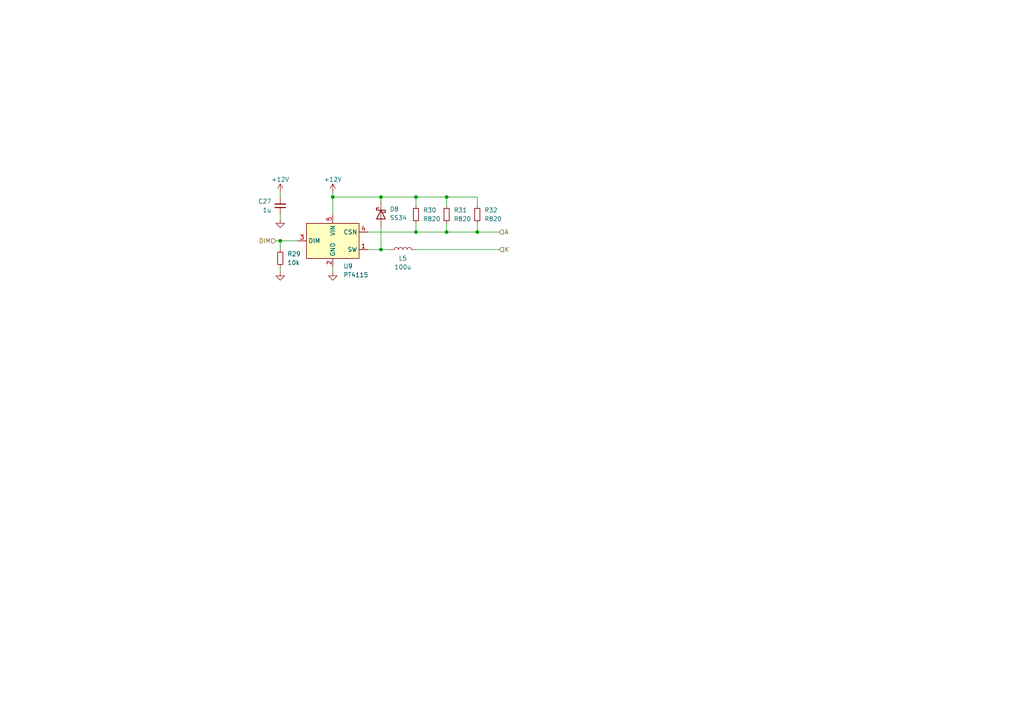
<source format=kicad_sch>
(kicad_sch
	(version 20250114)
	(generator "eeschema")
	(generator_version "9.0")
	(uuid "e97a26b5-8cd5-497a-aa8e-51557bbd4482")
	(paper "A4")
	(lib_symbols
		(symbol "Device:C_Small"
			(pin_numbers
				(hide yes)
			)
			(pin_names
				(offset 0.254)
				(hide yes)
			)
			(exclude_from_sim no)
			(in_bom yes)
			(on_board yes)
			(property "Reference" "C"
				(at 0.254 1.778 0)
				(effects
					(font
						(size 1.27 1.27)
					)
					(justify left)
				)
			)
			(property "Value" "C_Small"
				(at 0.254 -2.032 0)
				(effects
					(font
						(size 1.27 1.27)
					)
					(justify left)
				)
			)
			(property "Footprint" ""
				(at 0 0 0)
				(effects
					(font
						(size 1.27 1.27)
					)
					(hide yes)
				)
			)
			(property "Datasheet" "~"
				(at 0 0 0)
				(effects
					(font
						(size 1.27 1.27)
					)
					(hide yes)
				)
			)
			(property "Description" "Unpolarized capacitor, small symbol"
				(at 0 0 0)
				(effects
					(font
						(size 1.27 1.27)
					)
					(hide yes)
				)
			)
			(property "ki_keywords" "capacitor cap"
				(at 0 0 0)
				(effects
					(font
						(size 1.27 1.27)
					)
					(hide yes)
				)
			)
			(property "ki_fp_filters" "C_*"
				(at 0 0 0)
				(effects
					(font
						(size 1.27 1.27)
					)
					(hide yes)
				)
			)
			(symbol "C_Small_0_1"
				(polyline
					(pts
						(xy -1.524 0.508) (xy 1.524 0.508)
					)
					(stroke
						(width 0.3048)
						(type default)
					)
					(fill
						(type none)
					)
				)
				(polyline
					(pts
						(xy -1.524 -0.508) (xy 1.524 -0.508)
					)
					(stroke
						(width 0.3302)
						(type default)
					)
					(fill
						(type none)
					)
				)
			)
			(symbol "C_Small_1_1"
				(pin passive line
					(at 0 2.54 270)
					(length 2.032)
					(name "~"
						(effects
							(font
								(size 1.27 1.27)
							)
						)
					)
					(number "1"
						(effects
							(font
								(size 1.27 1.27)
							)
						)
					)
				)
				(pin passive line
					(at 0 -2.54 90)
					(length 2.032)
					(name "~"
						(effects
							(font
								(size 1.27 1.27)
							)
						)
					)
					(number "2"
						(effects
							(font
								(size 1.27 1.27)
							)
						)
					)
				)
			)
			(embedded_fonts no)
		)
		(symbol "Device:L"
			(pin_numbers
				(hide yes)
			)
			(pin_names
				(offset 1.016)
				(hide yes)
			)
			(exclude_from_sim no)
			(in_bom yes)
			(on_board yes)
			(property "Reference" "L"
				(at -1.27 0 90)
				(effects
					(font
						(size 1.27 1.27)
					)
				)
			)
			(property "Value" "L"
				(at 1.905 0 90)
				(effects
					(font
						(size 1.27 1.27)
					)
				)
			)
			(property "Footprint" ""
				(at 0 0 0)
				(effects
					(font
						(size 1.27 1.27)
					)
					(hide yes)
				)
			)
			(property "Datasheet" "~"
				(at 0 0 0)
				(effects
					(font
						(size 1.27 1.27)
					)
					(hide yes)
				)
			)
			(property "Description" "Inductor"
				(at 0 0 0)
				(effects
					(font
						(size 1.27 1.27)
					)
					(hide yes)
				)
			)
			(property "ki_keywords" "inductor choke coil reactor magnetic"
				(at 0 0 0)
				(effects
					(font
						(size 1.27 1.27)
					)
					(hide yes)
				)
			)
			(property "ki_fp_filters" "Choke_* *Coil* Inductor_* L_*"
				(at 0 0 0)
				(effects
					(font
						(size 1.27 1.27)
					)
					(hide yes)
				)
			)
			(symbol "L_0_1"
				(arc
					(start 0 2.54)
					(mid 0.6323 1.905)
					(end 0 1.27)
					(stroke
						(width 0)
						(type default)
					)
					(fill
						(type none)
					)
				)
				(arc
					(start 0 1.27)
					(mid 0.6323 0.635)
					(end 0 0)
					(stroke
						(width 0)
						(type default)
					)
					(fill
						(type none)
					)
				)
				(arc
					(start 0 0)
					(mid 0.6323 -0.635)
					(end 0 -1.27)
					(stroke
						(width 0)
						(type default)
					)
					(fill
						(type none)
					)
				)
				(arc
					(start 0 -1.27)
					(mid 0.6323 -1.905)
					(end 0 -2.54)
					(stroke
						(width 0)
						(type default)
					)
					(fill
						(type none)
					)
				)
			)
			(symbol "L_1_1"
				(pin passive line
					(at 0 3.81 270)
					(length 1.27)
					(name "1"
						(effects
							(font
								(size 1.27 1.27)
							)
						)
					)
					(number "1"
						(effects
							(font
								(size 1.27 1.27)
							)
						)
					)
				)
				(pin passive line
					(at 0 -3.81 90)
					(length 1.27)
					(name "2"
						(effects
							(font
								(size 1.27 1.27)
							)
						)
					)
					(number "2"
						(effects
							(font
								(size 1.27 1.27)
							)
						)
					)
				)
			)
			(embedded_fonts no)
		)
		(symbol "Device:R_Small"
			(pin_numbers
				(hide yes)
			)
			(pin_names
				(offset 0.254)
				(hide yes)
			)
			(exclude_from_sim no)
			(in_bom yes)
			(on_board yes)
			(property "Reference" "R"
				(at 0.762 0.508 0)
				(effects
					(font
						(size 1.27 1.27)
					)
					(justify left)
				)
			)
			(property "Value" "R_Small"
				(at 0.762 -1.016 0)
				(effects
					(font
						(size 1.27 1.27)
					)
					(justify left)
				)
			)
			(property "Footprint" ""
				(at 0 0 0)
				(effects
					(font
						(size 1.27 1.27)
					)
					(hide yes)
				)
			)
			(property "Datasheet" "~"
				(at 0 0 0)
				(effects
					(font
						(size 1.27 1.27)
					)
					(hide yes)
				)
			)
			(property "Description" "Resistor, small symbol"
				(at 0 0 0)
				(effects
					(font
						(size 1.27 1.27)
					)
					(hide yes)
				)
			)
			(property "ki_keywords" "R resistor"
				(at 0 0 0)
				(effects
					(font
						(size 1.27 1.27)
					)
					(hide yes)
				)
			)
			(property "ki_fp_filters" "R_*"
				(at 0 0 0)
				(effects
					(font
						(size 1.27 1.27)
					)
					(hide yes)
				)
			)
			(symbol "R_Small_0_1"
				(rectangle
					(start -0.762 1.778)
					(end 0.762 -1.778)
					(stroke
						(width 0.2032)
						(type default)
					)
					(fill
						(type none)
					)
				)
			)
			(symbol "R_Small_1_1"
				(pin passive line
					(at 0 2.54 270)
					(length 0.762)
					(name "~"
						(effects
							(font
								(size 1.27 1.27)
							)
						)
					)
					(number "1"
						(effects
							(font
								(size 1.27 1.27)
							)
						)
					)
				)
				(pin passive line
					(at 0 -2.54 90)
					(length 0.762)
					(name "~"
						(effects
							(font
								(size 1.27 1.27)
							)
						)
					)
					(number "2"
						(effects
							(font
								(size 1.27 1.27)
							)
						)
					)
				)
			)
			(embedded_fonts no)
		)
		(symbol "Diode:SS34"
			(pin_numbers
				(hide yes)
			)
			(pin_names
				(offset 1.016)
				(hide yes)
			)
			(exclude_from_sim no)
			(in_bom yes)
			(on_board yes)
			(property "Reference" "D"
				(at 0 2.54 0)
				(effects
					(font
						(size 1.27 1.27)
					)
				)
			)
			(property "Value" "SS34"
				(at 0 -2.54 0)
				(effects
					(font
						(size 1.27 1.27)
					)
				)
			)
			(property "Footprint" "Diode_SMD:D_SMA"
				(at 0 -4.445 0)
				(effects
					(font
						(size 1.27 1.27)
					)
					(hide yes)
				)
			)
			(property "Datasheet" "https://www.vishay.com/docs/88751/ss32.pdf"
				(at 0 0 0)
				(effects
					(font
						(size 1.27 1.27)
					)
					(hide yes)
				)
			)
			(property "Description" "40V 3A Schottky Diode, SMA"
				(at 0 0 0)
				(effects
					(font
						(size 1.27 1.27)
					)
					(hide yes)
				)
			)
			(property "ki_keywords" "diode Schottky"
				(at 0 0 0)
				(effects
					(font
						(size 1.27 1.27)
					)
					(hide yes)
				)
			)
			(property "ki_fp_filters" "D*SMA*"
				(at 0 0 0)
				(effects
					(font
						(size 1.27 1.27)
					)
					(hide yes)
				)
			)
			(symbol "SS34_0_1"
				(polyline
					(pts
						(xy -1.905 0.635) (xy -1.905 1.27) (xy -1.27 1.27) (xy -1.27 -1.27) (xy -0.635 -1.27) (xy -0.635 -0.635)
					)
					(stroke
						(width 0.254)
						(type default)
					)
					(fill
						(type none)
					)
				)
				(polyline
					(pts
						(xy 1.27 1.27) (xy 1.27 -1.27) (xy -1.27 0) (xy 1.27 1.27)
					)
					(stroke
						(width 0.254)
						(type default)
					)
					(fill
						(type none)
					)
				)
				(polyline
					(pts
						(xy 1.27 0) (xy -1.27 0)
					)
					(stroke
						(width 0)
						(type default)
					)
					(fill
						(type none)
					)
				)
			)
			(symbol "SS34_1_1"
				(pin passive line
					(at -3.81 0 0)
					(length 2.54)
					(name "K"
						(effects
							(font
								(size 1.27 1.27)
							)
						)
					)
					(number "1"
						(effects
							(font
								(size 1.27 1.27)
							)
						)
					)
				)
				(pin passive line
					(at 3.81 0 180)
					(length 2.54)
					(name "A"
						(effects
							(font
								(size 1.27 1.27)
							)
						)
					)
					(number "2"
						(effects
							(font
								(size 1.27 1.27)
							)
						)
					)
				)
			)
			(embedded_fonts no)
		)
		(symbol "dashboard:PT4115"
			(exclude_from_sim no)
			(in_bom yes)
			(on_board yes)
			(property "Reference" "U"
				(at -21.336 7.874 0)
				(effects
					(font
						(size 1.27 1.27)
					)
				)
			)
			(property "Value" "PT4115"
				(at -8.382 8.128 0)
				(effects
					(font
						(size 1.27 1.27)
					)
				)
			)
			(property "Footprint" ""
				(at 0 0 0)
				(effects
					(font
						(size 1.27 1.27)
					)
					(hide yes)
				)
			)
			(property "Datasheet" "https://mm.digikey.com/Volume0/opasdata/d220001/medias/docus/6128/PT4115.pdf"
				(at -5.842 -23.876 0)
				(effects
					(font
						(size 1.27 1.27)
					)
					(hide yes)
				)
			)
			(property "Description" "30V,1.2A Step-down High Brightness LED Driver with 5000:1 Dimming"
				(at -6.096 -21.59 0)
				(effects
					(font
						(size 1.27 1.27)
					)
					(hide yes)
				)
			)
			(symbol "PT4115_0_0"
				(pin input line
					(at -24.13 1.27 0)
					(length 2.54)
					(name "DIM"
						(effects
							(font
								(size 1.27 1.27)
							)
						)
					)
					(number "3"
						(effects
							(font
								(size 1.27 1.27)
							)
						)
					)
				)
				(pin power_in line
					(at -13.97 8.89 270)
					(length 2.54)
					(name "VIN"
						(effects
							(font
								(size 1.27 1.27)
							)
						)
					)
					(number "5"
						(effects
							(font
								(size 1.27 1.27)
							)
						)
					)
				)
				(pin power_in line
					(at -13.97 -6.35 90)
					(length 2.54)
					(name "GND"
						(effects
							(font
								(size 1.27 1.27)
							)
						)
					)
					(number "2"
						(effects
							(font
								(size 1.27 1.27)
							)
						)
					)
				)
				(pin input line
					(at -3.81 3.81 180)
					(length 2.54)
					(name "CSN"
						(effects
							(font
								(size 1.27 1.27)
							)
						)
					)
					(number "4"
						(effects
							(font
								(size 1.27 1.27)
							)
						)
					)
				)
				(pin output line
					(at -3.81 -1.27 180)
					(length 2.54)
					(name "SW"
						(effects
							(font
								(size 1.27 1.27)
							)
						)
					)
					(number "1"
						(effects
							(font
								(size 1.27 1.27)
							)
						)
					)
				)
			)
			(symbol "PT4115_1_1"
				(rectangle
					(start -21.59 6.35)
					(end -6.35 -3.81)
					(stroke
						(width 0.2)
						(type solid)
					)
					(fill
						(type background)
					)
				)
			)
			(embedded_fonts no)
		)
		(symbol "power:+12V"
			(power)
			(pin_numbers
				(hide yes)
			)
			(pin_names
				(offset 0)
				(hide yes)
			)
			(exclude_from_sim no)
			(in_bom yes)
			(on_board yes)
			(property "Reference" "#PWR"
				(at 0 -3.81 0)
				(effects
					(font
						(size 1.27 1.27)
					)
					(hide yes)
				)
			)
			(property "Value" "+12V"
				(at 0 3.556 0)
				(effects
					(font
						(size 1.27 1.27)
					)
				)
			)
			(property "Footprint" ""
				(at 0 0 0)
				(effects
					(font
						(size 1.27 1.27)
					)
					(hide yes)
				)
			)
			(property "Datasheet" ""
				(at 0 0 0)
				(effects
					(font
						(size 1.27 1.27)
					)
					(hide yes)
				)
			)
			(property "Description" "Power symbol creates a global label with name \"+12V\""
				(at 0 0 0)
				(effects
					(font
						(size 1.27 1.27)
					)
					(hide yes)
				)
			)
			(property "ki_keywords" "global power"
				(at 0 0 0)
				(effects
					(font
						(size 1.27 1.27)
					)
					(hide yes)
				)
			)
			(symbol "+12V_0_1"
				(polyline
					(pts
						(xy -0.762 1.27) (xy 0 2.54)
					)
					(stroke
						(width 0)
						(type default)
					)
					(fill
						(type none)
					)
				)
				(polyline
					(pts
						(xy 0 2.54) (xy 0.762 1.27)
					)
					(stroke
						(width 0)
						(type default)
					)
					(fill
						(type none)
					)
				)
				(polyline
					(pts
						(xy 0 0) (xy 0 2.54)
					)
					(stroke
						(width 0)
						(type default)
					)
					(fill
						(type none)
					)
				)
			)
			(symbol "+12V_1_1"
				(pin power_in line
					(at 0 0 90)
					(length 0)
					(name "~"
						(effects
							(font
								(size 1.27 1.27)
							)
						)
					)
					(number "1"
						(effects
							(font
								(size 1.27 1.27)
							)
						)
					)
				)
			)
			(embedded_fonts no)
		)
		(symbol "power:GND"
			(power)
			(pin_numbers
				(hide yes)
			)
			(pin_names
				(offset 0)
				(hide yes)
			)
			(exclude_from_sim no)
			(in_bom yes)
			(on_board yes)
			(property "Reference" "#PWR"
				(at 0 -6.35 0)
				(effects
					(font
						(size 1.27 1.27)
					)
					(hide yes)
				)
			)
			(property "Value" "GND"
				(at 0 -3.81 0)
				(effects
					(font
						(size 1.27 1.27)
					)
				)
			)
			(property "Footprint" ""
				(at 0 0 0)
				(effects
					(font
						(size 1.27 1.27)
					)
					(hide yes)
				)
			)
			(property "Datasheet" ""
				(at 0 0 0)
				(effects
					(font
						(size 1.27 1.27)
					)
					(hide yes)
				)
			)
			(property "Description" "Power symbol creates a global label with name \"GND\" , ground"
				(at 0 0 0)
				(effects
					(font
						(size 1.27 1.27)
					)
					(hide yes)
				)
			)
			(property "ki_keywords" "global power"
				(at 0 0 0)
				(effects
					(font
						(size 1.27 1.27)
					)
					(hide yes)
				)
			)
			(symbol "GND_0_1"
				(polyline
					(pts
						(xy 0 0) (xy 0 -1.27) (xy 1.27 -1.27) (xy 0 -2.54) (xy -1.27 -1.27) (xy 0 -1.27)
					)
					(stroke
						(width 0)
						(type default)
					)
					(fill
						(type none)
					)
				)
			)
			(symbol "GND_1_1"
				(pin power_in line
					(at 0 0 270)
					(length 0)
					(name "~"
						(effects
							(font
								(size 1.27 1.27)
							)
						)
					)
					(number "1"
						(effects
							(font
								(size 1.27 1.27)
							)
						)
					)
				)
			)
			(embedded_fonts no)
		)
	)
	(junction
		(at 120.65 67.31)
		(diameter 0)
		(color 0 0 0 0)
		(uuid "09f64cad-573d-4372-bb38-48f037451aa2")
	)
	(junction
		(at 129.54 57.15)
		(diameter 0)
		(color 0 0 0 0)
		(uuid "14303997-9853-4887-882e-8fed128c1325")
	)
	(junction
		(at 120.65 57.15)
		(diameter 0)
		(color 0 0 0 0)
		(uuid "22a10158-102a-4fb0-b6bd-bb1e005a8c4d")
	)
	(junction
		(at 129.54 67.31)
		(diameter 0)
		(color 0 0 0 0)
		(uuid "39fd85d2-e22a-48a5-b149-3eb03d1730ec")
	)
	(junction
		(at 110.49 72.39)
		(diameter 0)
		(color 0 0 0 0)
		(uuid "59882b23-5e78-4a36-acc9-371d201dffa2")
	)
	(junction
		(at 81.28 69.85)
		(diameter 0)
		(color 0 0 0 0)
		(uuid "6a6e9ffd-aa9e-4e71-a88f-f1b844f7326c")
	)
	(junction
		(at 110.49 57.15)
		(diameter 0)
		(color 0 0 0 0)
		(uuid "824470d4-f590-464d-b6a1-39bc66c5daad")
	)
	(junction
		(at 138.43 67.31)
		(diameter 0)
		(color 0 0 0 0)
		(uuid "a5a40904-266c-4ae7-9905-7013db15591c")
	)
	(junction
		(at 96.52 57.15)
		(diameter 0)
		(color 0 0 0 0)
		(uuid "b0b921e9-077c-4561-9b82-0f806e272311")
	)
	(wire
		(pts
			(xy 129.54 64.77) (xy 129.54 67.31)
		)
		(stroke
			(width 0)
			(type default)
		)
		(uuid "2109160f-11f7-4406-b360-d0b080145123")
	)
	(wire
		(pts
			(xy 86.36 69.85) (xy 81.28 69.85)
		)
		(stroke
			(width 0)
			(type default)
		)
		(uuid "32acfdc3-a3f9-46df-800c-7620d664f490")
	)
	(wire
		(pts
			(xy 138.43 67.31) (xy 129.54 67.31)
		)
		(stroke
			(width 0)
			(type default)
		)
		(uuid "33e0199b-9ec8-4298-9a22-a15c45ed5268")
	)
	(wire
		(pts
			(xy 81.28 62.23) (xy 81.28 63.5)
		)
		(stroke
			(width 0)
			(type default)
		)
		(uuid "3816a69a-aa06-479a-a1e7-506a0a0dda9d")
	)
	(wire
		(pts
			(xy 96.52 55.88) (xy 96.52 57.15)
		)
		(stroke
			(width 0)
			(type default)
		)
		(uuid "3f734137-f5f6-464c-9a7d-3918caf51ce4")
	)
	(wire
		(pts
			(xy 120.65 72.39) (xy 144.78 72.39)
		)
		(stroke
			(width 0)
			(type default)
		)
		(uuid "4b105f0f-017b-4652-8c28-0ad15873640d")
	)
	(wire
		(pts
			(xy 138.43 57.15) (xy 138.43 59.69)
		)
		(stroke
			(width 0)
			(type default)
		)
		(uuid "4b86804b-aa12-4454-b857-681a41d10041")
	)
	(wire
		(pts
			(xy 110.49 66.04) (xy 110.49 72.39)
		)
		(stroke
			(width 0)
			(type default)
		)
		(uuid "4ec0fbac-d4ad-463d-b7a4-c66b2676d07d")
	)
	(wire
		(pts
			(xy 110.49 72.39) (xy 113.03 72.39)
		)
		(stroke
			(width 0)
			(type default)
		)
		(uuid "52689597-802e-4152-a5c2-d36b7e9d100e")
	)
	(wire
		(pts
			(xy 138.43 67.31) (xy 144.78 67.31)
		)
		(stroke
			(width 0)
			(type default)
		)
		(uuid "52bdc977-8862-4292-8fb5-cca0b82b5e5d")
	)
	(wire
		(pts
			(xy 110.49 57.15) (xy 110.49 58.42)
		)
		(stroke
			(width 0)
			(type default)
		)
		(uuid "540aaa27-1713-4d7c-805b-9f201e5da55f")
	)
	(wire
		(pts
			(xy 80.01 69.85) (xy 81.28 69.85)
		)
		(stroke
			(width 0)
			(type default)
		)
		(uuid "585b0506-32f0-4484-b51f-cf66126f22fe")
	)
	(wire
		(pts
			(xy 81.28 69.85) (xy 81.28 72.39)
		)
		(stroke
			(width 0)
			(type default)
		)
		(uuid "5d2ad4c2-07f5-4f3c-b833-6469cf0c9de0")
	)
	(wire
		(pts
			(xy 129.54 57.15) (xy 120.65 57.15)
		)
		(stroke
			(width 0)
			(type default)
		)
		(uuid "6420c601-ca89-4f69-b9da-423a6fda11a6")
	)
	(wire
		(pts
			(xy 120.65 67.31) (xy 129.54 67.31)
		)
		(stroke
			(width 0)
			(type default)
		)
		(uuid "652eb1cb-0635-4e80-a549-2d37b1f17d6b")
	)
	(wire
		(pts
			(xy 96.52 57.15) (xy 110.49 57.15)
		)
		(stroke
			(width 0)
			(type default)
		)
		(uuid "69f216b7-064d-4848-9622-4a72c99869d0")
	)
	(wire
		(pts
			(xy 81.28 77.47) (xy 81.28 78.74)
		)
		(stroke
			(width 0)
			(type default)
		)
		(uuid "738e0bb8-732c-4f87-b724-d3eb4133222d")
	)
	(wire
		(pts
			(xy 96.52 77.47) (xy 96.52 78.74)
		)
		(stroke
			(width 0)
			(type default)
		)
		(uuid "75d12fe5-245d-4136-a02b-7e5509dd65ce")
	)
	(wire
		(pts
			(xy 120.65 57.15) (xy 120.65 59.69)
		)
		(stroke
			(width 0)
			(type default)
		)
		(uuid "8211039b-d5ee-4ec5-b70c-d0a1f7fce341")
	)
	(wire
		(pts
			(xy 120.65 64.77) (xy 120.65 67.31)
		)
		(stroke
			(width 0)
			(type default)
		)
		(uuid "86c8162e-5b3e-43b3-a813-6ea6e7ae6831")
	)
	(wire
		(pts
			(xy 106.68 72.39) (xy 110.49 72.39)
		)
		(stroke
			(width 0)
			(type default)
		)
		(uuid "a02c5362-df20-466c-8963-31ebf3298fd1")
	)
	(wire
		(pts
			(xy 129.54 57.15) (xy 129.54 59.69)
		)
		(stroke
			(width 0)
			(type default)
		)
		(uuid "a3f715a6-4b6a-44eb-bf3a-820e7081aa1e")
	)
	(wire
		(pts
			(xy 110.49 57.15) (xy 120.65 57.15)
		)
		(stroke
			(width 0)
			(type default)
		)
		(uuid "b5c1a039-f49e-4943-a357-a777ac8c95f7")
	)
	(wire
		(pts
			(xy 96.52 57.15) (xy 96.52 62.23)
		)
		(stroke
			(width 0)
			(type default)
		)
		(uuid "b969fde2-724b-4ec7-a9ca-f82c4485f8a9")
	)
	(wire
		(pts
			(xy 81.28 55.88) (xy 81.28 57.15)
		)
		(stroke
			(width 0)
			(type default)
		)
		(uuid "c55c7126-f726-41bd-b304-fd366e0d0ef5")
	)
	(wire
		(pts
			(xy 138.43 64.77) (xy 138.43 67.31)
		)
		(stroke
			(width 0)
			(type default)
		)
		(uuid "cae7206b-8d69-429c-8064-68d9233b356a")
	)
	(wire
		(pts
			(xy 106.68 67.31) (xy 120.65 67.31)
		)
		(stroke
			(width 0)
			(type default)
		)
		(uuid "cfa09226-9ff0-4298-9d08-399a97d6b679")
	)
	(wire
		(pts
			(xy 138.43 57.15) (xy 129.54 57.15)
		)
		(stroke
			(width 0)
			(type default)
		)
		(uuid "de44e36e-aa68-40c8-986c-66fb9088ddac")
	)
	(hierarchical_label "DIM"
		(shape input)
		(at 80.01 69.85 180)
		(effects
			(font
				(size 1.27 1.27)
			)
			(justify right)
		)
		(uuid "23a9d684-3949-4945-92b9-f5315cdbba4e")
	)
	(hierarchical_label "K"
		(shape input)
		(at 144.78 72.39 0)
		(effects
			(font
				(size 1.27 1.27)
			)
			(justify left)
		)
		(uuid "91b4cd22-c6b4-4b3a-ad18-a25b9d036865")
	)
	(hierarchical_label "A"
		(shape input)
		(at 144.78 67.31 0)
		(effects
			(font
				(size 1.27 1.27)
			)
			(justify left)
		)
		(uuid "a083d821-3909-4ccd-9d93-53a352e23ab1")
	)
	(symbol
		(lib_id "Device:R_Small")
		(at 120.65 62.23 0)
		(mirror y)
		(unit 1)
		(exclude_from_sim no)
		(in_bom yes)
		(on_board yes)
		(dnp no)
		(uuid "004ae85f-67b7-4e31-bcad-c511792f74c5")
		(property "Reference" "R30"
			(at 122.682 60.96 0)
			(effects
				(font
					(size 1.27 1.27)
				)
				(justify right)
			)
		)
		(property "Value" "R820"
			(at 122.682 63.5 0)
			(effects
				(font
					(size 1.27 1.27)
				)
				(justify right)
			)
		)
		(property "Footprint" "Resistor_SMD:R_0603_1608Metric"
			(at 120.65 62.23 0)
			(effects
				(font
					(size 1.27 1.27)
				)
				(hide yes)
			)
		)
		(property "Datasheet" "~"
			(at 120.65 62.23 0)
			(effects
				(font
					(size 1.27 1.27)
				)
				(hide yes)
			)
		)
		(property "Description" "Resistor, small symbol"
			(at 120.65 62.23 0)
			(effects
				(font
					(size 1.27 1.27)
				)
				(hide yes)
			)
		)
		(pin "1"
			(uuid "5b5f0cb5-f2d6-47f2-8bcd-7843a1d592f5")
		)
		(pin "2"
			(uuid "82d8156a-2e4c-44bf-8577-76ffba33a5af")
		)
		(instances
			(project "dashboard"
				(path "/2f28b9b0-aab5-4138-a439-3d77a843fd96/74cf3568-2b0b-4751-a57f-6fd5404d1ebf"
					(reference "R30")
					(unit 1)
				)
			)
		)
	)
	(symbol
		(lib_id "Device:C_Small")
		(at 81.28 59.69 0)
		(mirror x)
		(unit 1)
		(exclude_from_sim no)
		(in_bom yes)
		(on_board yes)
		(dnp no)
		(uuid "1186fad8-1f6b-4763-8d62-5b7c585984d9")
		(property "Reference" "C27"
			(at 78.74 58.4135 0)
			(effects
				(font
					(size 1.27 1.27)
				)
				(justify right)
			)
		)
		(property "Value" "1u"
			(at 78.74 60.9535 0)
			(effects
				(font
					(size 1.27 1.27)
				)
				(justify right)
			)
		)
		(property "Footprint" "Capacitor_SMD:C_0603_1608Metric"
			(at 81.28 59.69 0)
			(effects
				(font
					(size 1.27 1.27)
				)
				(hide yes)
			)
		)
		(property "Datasheet" "~"
			(at 81.28 59.69 0)
			(effects
				(font
					(size 1.27 1.27)
				)
				(hide yes)
			)
		)
		(property "Description" "Unpolarized capacitor, small symbol"
			(at 81.28 59.69 0)
			(effects
				(font
					(size 1.27 1.27)
				)
				(hide yes)
			)
		)
		(pin "2"
			(uuid "1f7237a7-5c64-437a-a5f0-139128cba106")
		)
		(pin "1"
			(uuid "5f20d2f2-acf5-47b8-82b2-7443d09586b3")
		)
		(instances
			(project "dashboard"
				(path "/2f28b9b0-aab5-4138-a439-3d77a843fd96/74cf3568-2b0b-4751-a57f-6fd5404d1ebf"
					(reference "C27")
					(unit 1)
				)
			)
		)
	)
	(symbol
		(lib_id "Device:R_Small")
		(at 81.28 74.93 0)
		(mirror y)
		(unit 1)
		(exclude_from_sim no)
		(in_bom yes)
		(on_board yes)
		(dnp no)
		(uuid "12786a4b-3b5f-4bde-8c7a-95c5c367c087")
		(property "Reference" "R29"
			(at 83.312 73.66 0)
			(effects
				(font
					(size 1.27 1.27)
				)
				(justify right)
			)
		)
		(property "Value" "10k"
			(at 83.312 76.2 0)
			(effects
				(font
					(size 1.27 1.27)
				)
				(justify right)
			)
		)
		(property "Footprint" "Resistor_SMD:R_0603_1608Metric"
			(at 81.28 74.93 0)
			(effects
				(font
					(size 1.27 1.27)
				)
				(hide yes)
			)
		)
		(property "Datasheet" "~"
			(at 81.28 74.93 0)
			(effects
				(font
					(size 1.27 1.27)
				)
				(hide yes)
			)
		)
		(property "Description" "Resistor, small symbol"
			(at 81.28 74.93 0)
			(effects
				(font
					(size 1.27 1.27)
				)
				(hide yes)
			)
		)
		(pin "1"
			(uuid "1a7a34cc-e0bb-40e2-b4c7-f89ae63c302e")
		)
		(pin "2"
			(uuid "4ebb45dd-b73b-4e7a-aac2-581a3137ac9f")
		)
		(instances
			(project "dashboard"
				(path "/2f28b9b0-aab5-4138-a439-3d77a843fd96/74cf3568-2b0b-4751-a57f-6fd5404d1ebf"
					(reference "R29")
					(unit 1)
				)
			)
		)
	)
	(symbol
		(lib_id "dashboard:PT4115")
		(at 110.49 71.12 0)
		(unit 1)
		(exclude_from_sim no)
		(in_bom yes)
		(on_board yes)
		(dnp no)
		(uuid "447c735b-18b3-4768-b508-bce3aea761df")
		(property "Reference" "U9"
			(at 99.568 77.216 0)
			(effects
				(font
					(size 1.27 1.27)
				)
				(justify left)
			)
		)
		(property "Value" "PT4115"
			(at 99.568 79.756 0)
			(effects
				(font
					(size 1.27 1.27)
				)
				(justify left)
			)
		)
		(property "Footprint" "Package_TO_SOT_SMD:SOT-89-5"
			(at 110.49 71.12 0)
			(effects
				(font
					(size 1.27 1.27)
				)
				(hide yes)
			)
		)
		(property "Datasheet" "https://mm.digikey.com/Volume0/opasdata/d220001/medias/docus/6128/PT4115.pdf"
			(at 104.648 94.996 0)
			(effects
				(font
					(size 1.27 1.27)
				)
				(hide yes)
			)
		)
		(property "Description" "30V,1.2A Step-down High Brightness LED Driver with 5000:1 Dimming"
			(at 104.394 92.71 0)
			(effects
				(font
					(size 1.27 1.27)
				)
				(hide yes)
			)
		)
		(pin "3"
			(uuid "edd8fdcf-a317-46e3-952e-11325a4254bc")
		)
		(pin "2"
			(uuid "2db3cbc2-252d-46f4-b092-79f23c8e2c18")
		)
		(pin "4"
			(uuid "6c5d2223-85d0-4e30-b2a1-de6ab195113a")
		)
		(pin "1"
			(uuid "f7ccd6f3-6dfa-4bac-85c1-f16742bc5087")
		)
		(pin "5"
			(uuid "c78e5893-ee7d-4be6-9b9a-15bc928c72eb")
		)
		(instances
			(project "dashboard"
				(path "/2f28b9b0-aab5-4138-a439-3d77a843fd96/74cf3568-2b0b-4751-a57f-6fd5404d1ebf"
					(reference "U9")
					(unit 1)
				)
			)
		)
	)
	(symbol
		(lib_id "power:GND")
		(at 81.28 78.74 0)
		(unit 1)
		(exclude_from_sim no)
		(in_bom yes)
		(on_board yes)
		(dnp no)
		(fields_autoplaced yes)
		(uuid "5592d2e8-2ec8-4567-a457-45d3411158a6")
		(property "Reference" "#PWR061"
			(at 81.28 85.09 0)
			(effects
				(font
					(size 1.27 1.27)
				)
				(hide yes)
			)
		)
		(property "Value" "GND"
			(at 81.28 83.82 0)
			(effects
				(font
					(size 1.27 1.27)
				)
				(hide yes)
			)
		)
		(property "Footprint" ""
			(at 81.28 78.74 0)
			(effects
				(font
					(size 1.27 1.27)
				)
				(hide yes)
			)
		)
		(property "Datasheet" ""
			(at 81.28 78.74 0)
			(effects
				(font
					(size 1.27 1.27)
				)
				(hide yes)
			)
		)
		(property "Description" "Power symbol creates a global label with name \"GND\" , ground"
			(at 81.28 78.74 0)
			(effects
				(font
					(size 1.27 1.27)
				)
				(hide yes)
			)
		)
		(pin "1"
			(uuid "9234b4b6-bc2d-42e5-9d9a-6ad9969875c5")
		)
		(instances
			(project "dashboard"
				(path "/2f28b9b0-aab5-4138-a439-3d77a843fd96/74cf3568-2b0b-4751-a57f-6fd5404d1ebf"
					(reference "#PWR061")
					(unit 1)
				)
			)
		)
	)
	(symbol
		(lib_id "power:GND")
		(at 81.28 63.5 0)
		(unit 1)
		(exclude_from_sim no)
		(in_bom yes)
		(on_board yes)
		(dnp no)
		(fields_autoplaced yes)
		(uuid "644adc3d-8980-43e7-9e47-4b447428ed63")
		(property "Reference" "#PWR063"
			(at 81.28 69.85 0)
			(effects
				(font
					(size 1.27 1.27)
				)
				(hide yes)
			)
		)
		(property "Value" "GND"
			(at 81.28 68.58 0)
			(effects
				(font
					(size 1.27 1.27)
				)
				(hide yes)
			)
		)
		(property "Footprint" ""
			(at 81.28 63.5 0)
			(effects
				(font
					(size 1.27 1.27)
				)
				(hide yes)
			)
		)
		(property "Datasheet" ""
			(at 81.28 63.5 0)
			(effects
				(font
					(size 1.27 1.27)
				)
				(hide yes)
			)
		)
		(property "Description" "Power symbol creates a global label with name \"GND\" , ground"
			(at 81.28 63.5 0)
			(effects
				(font
					(size 1.27 1.27)
				)
				(hide yes)
			)
		)
		(pin "1"
			(uuid "298a2d8a-0e81-454f-9e83-94a225dfaeb0")
		)
		(instances
			(project "dashboard"
				(path "/2f28b9b0-aab5-4138-a439-3d77a843fd96/74cf3568-2b0b-4751-a57f-6fd5404d1ebf"
					(reference "#PWR063")
					(unit 1)
				)
			)
		)
	)
	(symbol
		(lib_id "Device:R_Small")
		(at 129.54 62.23 0)
		(mirror y)
		(unit 1)
		(exclude_from_sim no)
		(in_bom yes)
		(on_board yes)
		(dnp no)
		(uuid "a3f55bd0-4130-4312-a76d-91571d51167b")
		(property "Reference" "R31"
			(at 131.572 60.96 0)
			(effects
				(font
					(size 1.27 1.27)
				)
				(justify right)
			)
		)
		(property "Value" "R820"
			(at 131.572 63.5 0)
			(effects
				(font
					(size 1.27 1.27)
				)
				(justify right)
			)
		)
		(property "Footprint" "Resistor_SMD:R_0603_1608Metric"
			(at 129.54 62.23 0)
			(effects
				(font
					(size 1.27 1.27)
				)
				(hide yes)
			)
		)
		(property "Datasheet" "~"
			(at 129.54 62.23 0)
			(effects
				(font
					(size 1.27 1.27)
				)
				(hide yes)
			)
		)
		(property "Description" "Resistor, small symbol"
			(at 129.54 62.23 0)
			(effects
				(font
					(size 1.27 1.27)
				)
				(hide yes)
			)
		)
		(pin "1"
			(uuid "95b29ea6-bc65-4be1-b02d-59880c0da63b")
		)
		(pin "2"
			(uuid "55e69808-b35b-44a3-9ab8-e6aced232435")
		)
		(instances
			(project "dashboard"
				(path "/2f28b9b0-aab5-4138-a439-3d77a843fd96/74cf3568-2b0b-4751-a57f-6fd5404d1ebf"
					(reference "R31")
					(unit 1)
				)
			)
		)
	)
	(symbol
		(lib_id "power:+12V")
		(at 96.52 55.88 0)
		(unit 1)
		(exclude_from_sim no)
		(in_bom yes)
		(on_board yes)
		(dnp no)
		(uuid "baeaacbd-b371-4528-aaf0-f86b58a7f5b2")
		(property "Reference" "#PWR064"
			(at 96.52 59.69 0)
			(effects
				(font
					(size 1.27 1.27)
				)
				(hide yes)
			)
		)
		(property "Value" "+12V"
			(at 96.52 52.07 0)
			(effects
				(font
					(size 1.27 1.27)
				)
			)
		)
		(property "Footprint" ""
			(at 96.52 55.88 0)
			(effects
				(font
					(size 1.27 1.27)
				)
				(hide yes)
			)
		)
		(property "Datasheet" ""
			(at 96.52 55.88 0)
			(effects
				(font
					(size 1.27 1.27)
				)
				(hide yes)
			)
		)
		(property "Description" "Power symbol creates a global label with name \"+12V\""
			(at 96.52 55.88 0)
			(effects
				(font
					(size 1.27 1.27)
				)
				(hide yes)
			)
		)
		(pin "1"
			(uuid "5547e311-1486-4a16-8dbe-06a90e6954da")
		)
		(instances
			(project "dashboard"
				(path "/2f28b9b0-aab5-4138-a439-3d77a843fd96/74cf3568-2b0b-4751-a57f-6fd5404d1ebf"
					(reference "#PWR064")
					(unit 1)
				)
			)
		)
	)
	(symbol
		(lib_id "Device:R_Small")
		(at 138.43 62.23 0)
		(mirror y)
		(unit 1)
		(exclude_from_sim no)
		(in_bom yes)
		(on_board yes)
		(dnp no)
		(uuid "d9fdb800-36b4-4103-8079-2155ca21983a")
		(property "Reference" "R32"
			(at 140.462 60.96 0)
			(effects
				(font
					(size 1.27 1.27)
				)
				(justify right)
			)
		)
		(property "Value" "R820"
			(at 140.462 63.5 0)
			(effects
				(font
					(size 1.27 1.27)
				)
				(justify right)
			)
		)
		(property "Footprint" "Resistor_SMD:R_0603_1608Metric"
			(at 138.43 62.23 0)
			(effects
				(font
					(size 1.27 1.27)
				)
				(hide yes)
			)
		)
		(property "Datasheet" "~"
			(at 138.43 62.23 0)
			(effects
				(font
					(size 1.27 1.27)
				)
				(hide yes)
			)
		)
		(property "Description" "Resistor, small symbol"
			(at 138.43 62.23 0)
			(effects
				(font
					(size 1.27 1.27)
				)
				(hide yes)
			)
		)
		(pin "1"
			(uuid "ff4ef93f-efc3-4bc6-9629-0e2eb4a58668")
		)
		(pin "2"
			(uuid "3eb36cff-7595-49bb-99a2-6b7b6ef4138e")
		)
		(instances
			(project "dashboard"
				(path "/2f28b9b0-aab5-4138-a439-3d77a843fd96/74cf3568-2b0b-4751-a57f-6fd5404d1ebf"
					(reference "R32")
					(unit 1)
				)
			)
		)
	)
	(symbol
		(lib_id "power:GND")
		(at 96.52 78.74 0)
		(unit 1)
		(exclude_from_sim no)
		(in_bom yes)
		(on_board yes)
		(dnp no)
		(fields_autoplaced yes)
		(uuid "e7484c94-6c74-4316-85ca-fb0c45e3f37e")
		(property "Reference" "#PWR065"
			(at 96.52 85.09 0)
			(effects
				(font
					(size 1.27 1.27)
				)
				(hide yes)
			)
		)
		(property "Value" "GND"
			(at 96.52 83.82 0)
			(effects
				(font
					(size 1.27 1.27)
				)
				(hide yes)
			)
		)
		(property "Footprint" ""
			(at 96.52 78.74 0)
			(effects
				(font
					(size 1.27 1.27)
				)
				(hide yes)
			)
		)
		(property "Datasheet" ""
			(at 96.52 78.74 0)
			(effects
				(font
					(size 1.27 1.27)
				)
				(hide yes)
			)
		)
		(property "Description" "Power symbol creates a global label with name \"GND\" , ground"
			(at 96.52 78.74 0)
			(effects
				(font
					(size 1.27 1.27)
				)
				(hide yes)
			)
		)
		(pin "1"
			(uuid "7303e12c-ee42-4047-9495-a8e39ccdbfab")
		)
		(instances
			(project "dashboard"
				(path "/2f28b9b0-aab5-4138-a439-3d77a843fd96/74cf3568-2b0b-4751-a57f-6fd5404d1ebf"
					(reference "#PWR065")
					(unit 1)
				)
			)
		)
	)
	(symbol
		(lib_id "power:+12V")
		(at 81.28 55.88 0)
		(unit 1)
		(exclude_from_sim no)
		(in_bom yes)
		(on_board yes)
		(dnp no)
		(uuid "ef9abdc8-baf5-4be1-b8d5-ecc67f2fc1de")
		(property "Reference" "#PWR062"
			(at 81.28 59.69 0)
			(effects
				(font
					(size 1.27 1.27)
				)
				(hide yes)
			)
		)
		(property "Value" "+12V"
			(at 81.28 52.07 0)
			(effects
				(font
					(size 1.27 1.27)
				)
			)
		)
		(property "Footprint" ""
			(at 81.28 55.88 0)
			(effects
				(font
					(size 1.27 1.27)
				)
				(hide yes)
			)
		)
		(property "Datasheet" ""
			(at 81.28 55.88 0)
			(effects
				(font
					(size 1.27 1.27)
				)
				(hide yes)
			)
		)
		(property "Description" "Power symbol creates a global label with name \"+12V\""
			(at 81.28 55.88 0)
			(effects
				(font
					(size 1.27 1.27)
				)
				(hide yes)
			)
		)
		(pin "1"
			(uuid "5c4d095c-9439-4c02-8fd2-69e7bbedba82")
		)
		(instances
			(project "dashboard"
				(path "/2f28b9b0-aab5-4138-a439-3d77a843fd96/74cf3568-2b0b-4751-a57f-6fd5404d1ebf"
					(reference "#PWR062")
					(unit 1)
				)
			)
		)
	)
	(symbol
		(lib_id "Diode:SS34")
		(at 110.49 62.23 90)
		(mirror x)
		(unit 1)
		(exclude_from_sim no)
		(in_bom yes)
		(on_board yes)
		(dnp no)
		(fields_autoplaced yes)
		(uuid "fb442937-344d-4714-877d-2c1ec4ae7a33")
		(property "Reference" "D8"
			(at 113.03 60.6424 90)
			(effects
				(font
					(size 1.27 1.27)
				)
				(justify right)
			)
		)
		(property "Value" "SS34"
			(at 113.03 63.1824 90)
			(effects
				(font
					(size 1.27 1.27)
				)
				(justify right)
			)
		)
		(property "Footprint" "Diode_SMD:D_SMA"
			(at 114.935 62.23 0)
			(effects
				(font
					(size 1.27 1.27)
				)
				(hide yes)
			)
		)
		(property "Datasheet" "https://www.vishay.com/docs/88751/ss32.pdf"
			(at 110.49 62.23 0)
			(effects
				(font
					(size 1.27 1.27)
				)
				(hide yes)
			)
		)
		(property "Description" "40V 3A Schottky Diode, SMA"
			(at 110.49 62.23 0)
			(effects
				(font
					(size 1.27 1.27)
				)
				(hide yes)
			)
		)
		(pin "1"
			(uuid "4e4985b2-b3f5-49d0-b05c-fd993b909726")
		)
		(pin "2"
			(uuid "3c8f10bb-f724-4942-8d89-2ab164d0b4af")
		)
		(instances
			(project "dashboard"
				(path "/2f28b9b0-aab5-4138-a439-3d77a843fd96/74cf3568-2b0b-4751-a57f-6fd5404d1ebf"
					(reference "D8")
					(unit 1)
				)
			)
		)
	)
	(symbol
		(lib_id "Device:L")
		(at 116.84 72.39 90)
		(unit 1)
		(exclude_from_sim no)
		(in_bom yes)
		(on_board yes)
		(dnp no)
		(fields_autoplaced yes)
		(uuid "fc3c960f-d293-4562-b8eb-855e956670fb")
		(property "Reference" "L5"
			(at 116.84 74.93 90)
			(effects
				(font
					(size 1.27 1.27)
				)
			)
		)
		(property "Value" "100u"
			(at 116.84 77.47 90)
			(effects
				(font
					(size 1.27 1.27)
				)
			)
		)
		(property "Footprint" "Inductor_SMD:L_Chilisin_BMRF00101040"
			(at 116.84 72.39 0)
			(effects
				(font
					(size 1.27 1.27)
				)
				(hide yes)
			)
		)
		(property "Datasheet" "~"
			(at 116.84 72.39 0)
			(effects
				(font
					(size 1.27 1.27)
				)
				(hide yes)
			)
		)
		(property "Description" "Inductor"
			(at 116.84 72.39 0)
			(effects
				(font
					(size 1.27 1.27)
				)
				(hide yes)
			)
		)
		(pin "1"
			(uuid "c3777eb4-2528-4ea8-9be3-e4b946247872")
		)
		(pin "2"
			(uuid "6be3ef02-1e1a-430f-b4d1-f17830fdfcce")
		)
		(instances
			(project "dashboard"
				(path "/2f28b9b0-aab5-4138-a439-3d77a843fd96/74cf3568-2b0b-4751-a57f-6fd5404d1ebf"
					(reference "L5")
					(unit 1)
				)
			)
		)
	)
)

</source>
